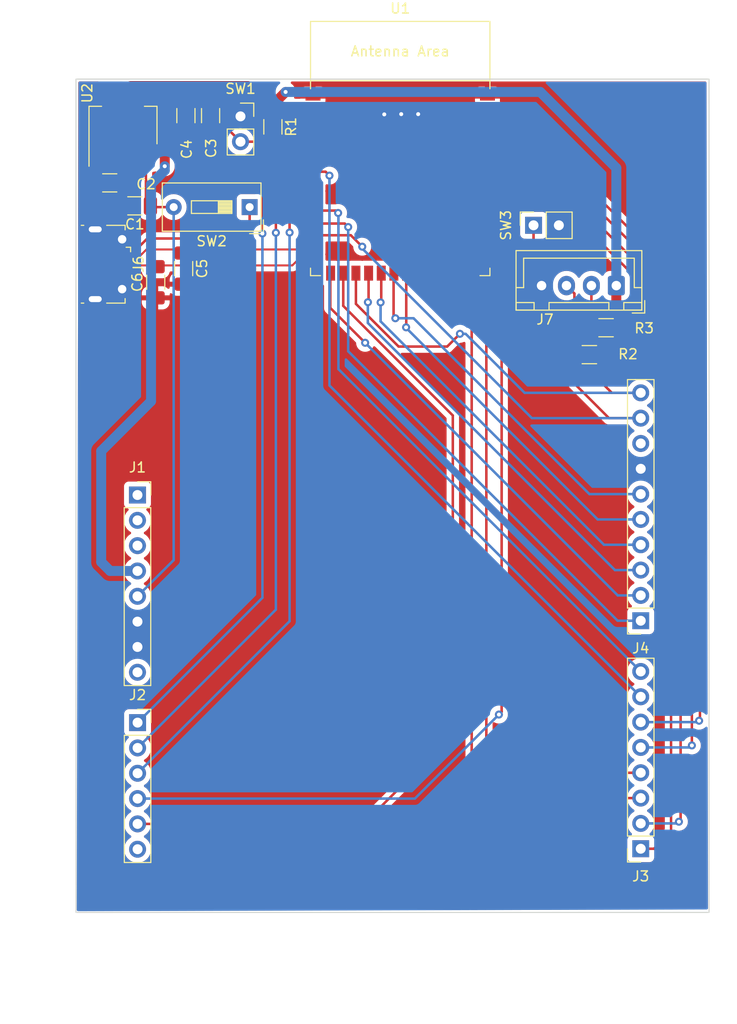
<source format=kicad_pcb>
(kicad_pcb (version 20221018) (generator pcbnew)
  (layers (0 "F.Cu" signal) (31 "B.Cu" signal) (34 "B.Paste" user) (35 "F.Paste" user) (36 "B.SilkS" user "B.Silkscreen") (37 "F.SilkS" user "F.Silkscreen") (38 "B.Mask" user) (39 "F.Mask" user) (44 "Edge.Cuts" user))
  (net 0 "")
  (net 1 "+5V")
  (net 2 "GND")
  (net 3 "+3V3")
  (net 4 "Net-(SW1-B)")
  (net 5 "esp D-")
  (net 6 "esp D+")
  (net 8 "RESET")
  (net 9 "VIN")
  (net 10 "A5")
  (net 11 "0RX")
  (net 12 "1TX")
  (net 13 "SDA")
  (net 14 "SCL")
  (net 15 "VBUS")
  (net 29 "Net-(SW3-A)")
  (net 30 "LCD_D0")
  (net 31 "LCD_D1")
  (net 32 "SD_ss")
  (net 33 "SD_DI")
  (net 34 "SD_Do")
  (net 35 "SD_sck")
  (net 38 "LCD_RD")
  (net 39 "LCD_WR")
  (net 40 "LCD_RS")
  (net 41 "LCD_CS")
  (net 42 "LCD_RST")
  (net 43 "LCD-D2")
  (net 44 "LCD_D3")
  (net 45 "LCD_4")
  (net 46 "LCD_5")
  (net 47 "LCD_6")
  (net 48 "LCD_D7")
  (footprint "ESP32:ESP32-S3-WROOM-1" (layer "F.Cu") (at 161.05 52.025)
    (fp_text reference "U1" (at 0 -17.05) (layer "F.SilkS"))
    (fp_text value "ESP32-S3-WROOM-1")
    (fp_text user "Antenna Area" (at 0 -12.75) (layer "F.SilkS"))
    (fp_line (start -9 -15.75) (end -9 -9) (stroke (width 0.12)) (layer "F.SilkS"))
    (fp_line (start -9 -15.75) (end 9 -15.75) (stroke (width 0.12)) (layer "F.SilkS"))
    (fp_line (start -9 9) (end -9 9.75) (stroke (width 0.12)) (layer "F.SilkS"))
    (fp_line (start -9 9.75) (end -8 9.75) (stroke (width 0.12)) (layer "F.SilkS"))
    (fp_line (start 9 -15.75) (end 9 -9) (stroke (width 0.12)) (layer "F.SilkS"))
    (fp_line (start 9 -9.81) (end -9 -9.81) (stroke (width 0.12)) (layer "F.SilkS"))
    (fp_line (start 9 9) (end 9 9.75) (stroke (width 0.12)) (layer "F.SilkS"))
    (fp_line (start 9 9.75) (end 8 9.75) (stroke (width 0.12)) (layer "F.SilkS"))
    (pad "1" smd rect (at -8.75 -8.26) (size 1.5 0.9) (layers "F.Cu" "F.Paste" "F.Mask") (net 2 "GND"))
    (pad "2" smd rect (at -8.75 -6.99) (size 1.5 0.9) (layers "F.Cu" "F.Paste" "F.Mask") (net 3 "+3V3"))
    (pad "3" smd rect (at -8.75 -5.72) (size 1.5 0.9) (layers "F.Cu" "F.Paste" "F.Mask") (net 4 "Net-(SW1-B)"))
    (pad "4" smd rect (at -8.75 -4.45) (size 1.5 0.9) (layers "F.Cu" "F.Paste" "F.Mask") (net 38 "LCD_RD"))
    (pad "5" smd rect (at -8.75 -3.18) (size 1.5 0.9) (layers "F.Cu" "F.Paste" "F.Mask") (net 39 "LCD_WR"))
    (pad "6" smd rect (at -8.75 -1.91) (size 1.5 0.9) (layers "F.Cu" "F.Paste" "F.Mask") (net 40 "LCD_RS"))
    (pad "7" smd rect (at -8.75 -0.64) (size 1.5 0.9) (layers "F.Cu" "F.Paste" "F.Mask") (net 47 "LCD_6"))
    (pad "8" smd rect (at -8.75 0.63) (size 1.5 0.9) (layers "F.Cu" "F.Paste" "F.Mask"))
    (pad "9" smd rect (at -8.75 1.9) (size 1.5 0.9) (layers "F.Cu" "F.Paste" "F.Mask"))
    (pad "10" smd rect (at -8.75 3.17) (size 1.5 0.9) (layers "F.Cu" "F.Paste" "F.Mask") (net 48 "LCD_D7"))
    (pad "11" smd rect (at -8.75 4.44) (size 1.5 0.9) (layers "F.Cu" "F.Paste" "F.Mask") (net 30 "LCD_D0"))
    (pad "12" smd rect (at -8.75 5.71) (size 1.5 0.9) (layers "F.Cu" "F.Paste" "F.Mask") (net 13 "SDA"))
    (pad "13" smd rect (at -8.75 6.98) (size 1.5 0.9) (layers "F.Cu" "F.Paste" "F.Mask") (net 5 "esp D-"))
    (pad "14" smd rect (at -8.75 8.25) (size 1.5 0.9) (layers "F.Cu" "F.Paste" "F.Mask") (net 6 "esp D+"))
    (pad "15" smd rect (at -6.985 9.5 90) (size 1.5 0.9) (layers "F.Cu" "F.Paste" "F.Mask") (net 31 "LCD_D1"))
    (pad "16" smd rect (at -5.715 9.5 90) (size 1.5 0.9) (layers "F.Cu" "F.Paste" "F.Mask") (net 42 "LCD_RST"))
    (pad "17" smd rect (at -4.445 9.5 90) (size 1.5 0.9) (layers "F.Cu" "F.Paste" "F.Mask") (net 14 "SCL"))
    (pad "18" smd rect (at -3.175 9.5 90) (size 1.5 0.9) (layers "F.Cu" "F.Paste" "F.Mask") (net 32 "SD_ss"))
    (pad "19" smd rect (at -1.905 9.5 90) (size 1.5 0.9) (layers "F.Cu" "F.Paste" "F.Mask") (net 33 "SD_DI"))
    (pad "20" smd rect (at -0.635 9.5 90) (size 1.5 0.9) (layers "F.Cu" "F.Paste" "F.Mask") (net 35 "SD_sck"))
    (pad "21" smd rect (at 0.635 9.5 90) (size 1.5 0.9) (layers "F.Cu" "F.Paste" "F.Mask") (net 34 "SD_Do"))
    (pad "22" smd rect (at 1.905 9.5 90) (size 1.5 0.9) (layers "F.Cu" "F.Paste" "F.Mask") (net 43 "LCD-D2"))
    (pad "23" smd rect (at 3.175 9.5 90) (size 1.5 0.9) (layers "F.Cu" "F.Paste" "F.Mask") (net 44 "LCD_D3"))
    (pad "24" smd rect (at 4.445 9.5 90) (size 1.5 0.9) (layers "F.Cu" "F.Paste" "F.Mask") (net 41 "LCD_CS"))
    (pad "25" smd rect (at 5.715 9.5 90) (size 1.5 0.9) (layers "F.Cu" "F.Paste" "F.Mask"))
    (pad "26" smd rect (at 6.985 9.5 90) (size 1.5 0.9) (layers "F.Cu" "F.Paste" "F.Mask"))
    (pad "27" smd rect (at 8.75 8.25 180) (size 1.5 0.9) (layers "F.Cu" "F.Paste" "F.Mask") (net 29 "Net-(SW3-A)"))
    (pad "28" smd rect (at 8.75 6.98 180) (size 1.5 0.9) (layers "F.Cu" "F.Paste" "F.Mask"))
    (pad "29" smd rect (at 8.75 5.71 180) (size 1.5 0.9) (layers "F.Cu" "F.Paste" "F.Mask"))
    (pad "30" smd rect (at 8.75 4.44 180) (size 1.5 0.9) (layers "F.Cu" "F.Paste" "F.Mask"))
    (pad "31" smd rect (at 8.75 3.17 180) (size 1.5 0.9) (layers "F.Cu" "F.Paste" "F.Mask"))
    (pad "32" smd rect (at 8.75 1.9 180) (size 1.5 0.9) (layers "F.Cu" "F.Paste" "F.Mask"))
    (pad "33" smd rect (at 8.75 0.63 180) (size 1.5 0.9) (layers "F.Cu" "F.Paste" "F.Mask"))
    (pad "34" smd rect (at 8.75 -0.64 180) (size 1.5 0.9) (layers "F.Cu" "F.Paste" "F.Mask"))
    (pad "35" smd rect (at 8.75 -1.91 180) (size 1.5 0.9) (layers "F.Cu" "F.Paste" "F.Mask"))
    (pad "36" smd rect (at 8.75 -3.18 180) (size 1.5 0.9) (layers "F.Cu" "F.Paste" "F.Mask") (net 11 "0RX"))
    (pad "37" smd rect (at 8.75 -4.45 180) (size 1.5 0.9) (layers "F.Cu" "F.Paste" "F.Mask") (net 12 "1TX"))
    (pad "38" smd rect (at 8.75 -5.72 180) (size 1.5 0.9) (layers "F.Cu" "F.Paste" "F.Mask") (net 45 "LCD_4"))
    (pad "39" smd rect (at 8.75 -6.99 180) (size 1.5 0.9) (layers "F.Cu" "F.Paste" "F.Mask") (net 46 "LCD_5"))
    (pad "40" smd rect (at 8.75 -8.26 180) (size 1.5 0.9) (layers "F.Cu" "F.Paste" "F.Mask") (net 2 "GND"))
    (pad "41" smd rect (at -2.9 -1.94 180) (size 0.9 0.9) (layers "F.Cu" "F.Paste" "F.Mask") (net 2 "GND"))
    (pad "41" smd rect (at -2.9 -0.54 180) (size 0.9 0.9) (layers "F.Cu" "F.Paste" "F.Mask") (net 2 "GND"))
    (pad "41" smd rect (at -2.9 0.86 180) (size 0.9 0.9) (layers "F.Cu" "F.Paste" "F.Mask") (net 2 "GND"))
    (pad "41" smd rect (at -2.9 0.86 180) (size 0.9 0.9) (layers "F.Cu" "F.Paste" "F.Mask") (net 2 "GND"))
    (pad "41" smd rect (at -1.5 -1.94 180) (size 0.9 0.9) (layers "F.Cu" "F.Paste" "F.Mask") (net 2 "GND"))
    (pad "41" smd rect (at -1.5 -1.94 180) (size 0.9 0.9) (layers "F.Cu" "F.Paste" "F.Mask") (net 2 "GND"))
    (pad "41" smd rect (at -1.5 -0.54 180) (size 0.9 0.9) (layers "F.Cu" "F.Paste" "F.Mask") (net 2 "GND"))
    (pad "41" smd rect (at -1.5 0.86 180) (size 0.9 0.9) (layers "F.Cu" "F.Paste" "F.Mask") (net 2 "GND"))
    (pad "41" smd rect (at -0.1 -1.94 180) (size 0.9 0.9) (layers "F.Cu" "F.Paste" "F.Mask") (net 2 "GND"))
    (pad "41" smd rect (at -0.1 -0.54 180) (size 0.9 0.9) (layers "F.Cu" "F.Paste" "F.Mask") (net 2 "GND"))
    (pad "41" smd rect (at -0.1 0.86 180) (size 0.9 0.9) (layers "F.Cu" "F.Paste" "F.Mask") (net 2 "GND"))
  )
  (footprint "Connector_PinSocket_2.54mm:PinSocket_1x02_P2.54mm_Vertical" (layer "F.Cu") (at 145.025 45.8)
    (fp_text reference "SW1" (at 0 -2.77) (layer "F.SilkS"))
    (fp_text value "SW_SPST")
    (fp_line (start -1.33 1.27) (end -1.33 3.87) (stroke (width 0.12)) (layer "F.SilkS"))
    (fp_line (start -1.33 1.27) (end 1.33 1.27) (stroke (width 0.12)) (layer "F.SilkS"))
    (fp_line (start -1.33 3.87) (end 1.33 3.87) (stroke (width 0.12)) (layer "F.SilkS"))
    (fp_line (start 0 -1.33) (end 1.33 -1.33) (stroke (width 0.12)) (layer "F.SilkS"))
    (fp_line (start 1.33 -1.33) (end 1.33 0) (stroke (width 0.12)) (layer "F.SilkS"))
    (fp_line (start 1.33 1.27) (end 1.33 3.87) (stroke (width 0.12)) (layer "F.SilkS"))
    (pad "1" thru_hole rect (at 0 0) (size 1.7 1.7) (drill 1) (layers "*.Cu" "*.Mask") (net 2 "GND"))
    (pad "2" thru_hole oval (at 0 2.54) (size 1.7 1.7) (drill 1) (layers "*.Cu" "*.Mask") (net 4 "Net-(SW1-B)"))
  )
  (footprint "Capacitor_SMD:C_1206_3216Metric_Pad1.33x1.80mm_HandSolder" (layer "F.Cu") (at 139.32 61.07 -90)
    (fp_text reference "C5" (at 0 -1.85 90) (layer "F.SilkS"))
    (fp_text value "C")
    (fp_line (start -0.711252 -0.91) (end 0.711252 -0.91) (stroke (width 0.12)) (layer "F.SilkS"))
    (fp_line (start -0.711252 0.91) (end 0.711252 0.91) (stroke (width 0.12)) (layer "F.SilkS"))
    (pad "1" smd roundrect (at -1.5625 0 270) (size 1.325 1.8) (layers "F.Cu" "F.Paste" "F.Mask") (roundrect_rratio 0.188679) (net 5 "esp D-"))
    (pad "2" smd roundrect (at 1.5625 0 270) (size 1.325 1.8) (layers "F.Cu" "F.Paste" "F.Mask") (roundrect_rratio 0.188679) (net 2 "GND"))
  )
  (footprint "Connector_PinSocket_2.54mm:PinSocket_1x08_P2.54mm_Vertical" (layer "F.Cu") (at 134.69 83.78)
    (fp_text reference "J1" (at 0 -2.77) (layer "F.SilkS"))
    (fp_text value "Conn_01x08")
    (fp_line (start -1.33 1.27) (end -1.33 19.11) (stroke (width 0.12)) (layer "F.SilkS"))
    (fp_line (start -1.33 1.27) (end 1.33 1.27) (stroke (width 0.12)) (layer "F.SilkS"))
    (fp_line (start -1.33 19.11) (end 1.33 19.11) (stroke (width 0.12)) (layer "F.SilkS"))
    (fp_line (start 0 -1.33) (end 1.33 -1.33) (stroke (width 0.12)) (layer "F.SilkS"))
    (fp_line (start 1.33 -1.33) (end 1.33 0) (stroke (width 0.12)) (layer "F.SilkS"))
    (fp_line (start 1.33 1.27) (end 1.33 19.11) (stroke (width 0.12)) (layer "F.SilkS"))
    (pad "1" thru_hole rect locked (at 0 0) (size 1.7 1.7) (drill 1) (layers "*.Cu" "*.Mask"))
    (pad "2" thru_hole oval locked (at 0 2.54) (size 1.7 1.7) (drill 1) (layers "*.Cu" "*.Mask"))
    (pad "3" thru_hole oval locked (at 0 5.08) (size 1.7 1.7) (drill 1) (layers "*.Cu" "*.Mask") (net 8 "RESET"))
    (pad "4" thru_hole oval locked (at 0 7.62) (size 1.7 1.7) (drill 1) (layers "*.Cu" "*.Mask") (net 3 "+3V3"))
    (pad "5" thru_hole oval locked (at 0 10.16) (size 1.7 1.7) (drill 1) (layers "*.Cu" "*.Mask") (net 1 "+5V"))
    (pad "6" thru_hole oval locked (at 0 12.7) (size 1.7 1.7) (drill 1) (layers "*.Cu" "*.Mask") (net 2 "GND"))
    (pad "7" thru_hole oval locked (at 0 15.24) (size 1.7 1.7) (drill 1) (layers "*.Cu" "*.Mask") (net 2 "GND"))
    (pad "8" thru_hole oval locked (at 0 17.78) (size 1.7 1.7) (drill 1) (layers "*.Cu" "*.Mask") (net 9 "VIN"))
  )
  (footprint "Resistor_SMD:R_1206_3216Metric_Pad1.30x1.75mm_HandSolder" (layer "F.Cu") (at 180.025 69.7)
    (fp_text reference "R2" (at 3.875 -0.05) (layer "F.SilkS"))
    (fp_text value "R")
    (fp_line (start -0.727064 -0.91) (end 0.727064 -0.91) (stroke (width 0.12)) (layer "F.SilkS"))
    (fp_line (start -0.727064 0.91) (end 0.727064 0.91) (stroke (width 0.12)) (layer "F.SilkS"))
    (pad "1" smd roundrect (at -1.55 0) (size 1.3 1.75) (layers "F.Cu" "F.Paste" "F.Mask") (roundrect_rratio 0.192308) (net 13 "SDA"))
    (pad "2" smd roundrect (at 1.55 0) (size 1.3 1.75) (layers "F.Cu" "F.Paste" "F.Mask") (roundrect_rratio 0.192308) (net 3 "+3V3"))
  )
  (footprint "Capacitor_SMD:C_1206_3216Metric_Pad1.33x1.80mm_HandSolder" (layer "F.Cu") (at 136.52 62.44 90)
    (fp_text reference "C6" (at 0 -1.85 90) (layer "F.SilkS"))
    (fp_text value "C")
    (fp_line (start -0.711252 -0.91) (end 0.711252 -0.91) (stroke (width 0.12)) (layer "F.SilkS"))
    (fp_line (start -0.711252 0.91) (end 0.711252 0.91) (stroke (width 0.12)) (layer "F.SilkS"))
    (pad "1" smd roundrect (at -1.5625 0 90) (size 1.325 1.8) (layers "F.Cu" "F.Paste" "F.Mask") (roundrect_rratio 0.188679) (net 2 "GND"))
    (pad "2" smd roundrect (at 1.5625 0 90) (size 1.325 1.8) (layers "F.Cu" "F.Paste" "F.Mask") (roundrect_rratio 0.188679) (net 6 "esp D+"))
  )
  (footprint "Resistor_SMD:R_1206_3216Metric_Pad1.30x1.75mm_HandSolder" (layer "F.Cu") (at 181.7 67)
    (fp_text reference "R3" (at 3.825 0.05) (layer "F.SilkS"))
    (fp_text value "R")
    (fp_line (start -0.727064 -0.91) (end 0.727064 -0.91) (stroke (width 0.12)) (layer "F.SilkS"))
    (fp_line (start -0.727064 0.91) (end 0.727064 0.91) (stroke (width 0.12)) (layer "F.SilkS"))
    (pad "1" smd roundrect (at -1.55 0) (size 1.3 1.75) (layers "F.Cu" "F.Paste" "F.Mask") (roundrect_rratio 0.192308) (net 14 "SCL"))
    (pad "2" smd roundrect (at 1.55 0) (size 1.3 1.75) (layers "F.Cu" "F.Paste" "F.Mask") (roundrect_rratio 0.192308) (net 3 "+3V3"))
  )
  (footprint "Resistor_SMD:R_1206_3216Metric_Pad1.30x1.75mm_HandSolder" (layer "F.Cu") (at 148.275 46.85 -90)
    (fp_text reference "R1" (at 0 -1.82 90) (layer "F.SilkS"))
    (fp_text value "R")
    (fp_line (start -0.727064 -0.91) (end 0.727064 -0.91) (stroke (width 0.12)) (layer "F.SilkS"))
    (fp_line (start -0.727064 0.91) (end 0.727064 0.91) (stroke (width 0.12)) (layer "F.SilkS"))
    (pad "1" smd roundrect (at -1.55 0 270) (size 1.3 1.75) (layers "F.Cu" "F.Paste" "F.Mask") (roundrect_rratio 0.192308) (net 3 "+3V3"))
    (pad "2" smd roundrect (at 1.55 0 270) (size 1.3 1.75) (layers "F.Cu" "F.Paste" "F.Mask") (roundrect_rratio 0.192308) (net 4 "Net-(SW1-B)"))
  )
  (footprint "Connector_PinSocket_2.54mm:PinSocket_1x06_P2.54mm_Vertical" (layer "F.Cu") (at 134.7 106.61)
    (fp_text reference "J2" (at 0 -2.77) (layer "F.SilkS"))
    (fp_text value "Conn_01x06")
    (fp_line (start -1.33 1.27) (end -1.33 14.03) (stroke (width 0.12)) (layer "F.SilkS"))
    (fp_line (start -1.33 1.27) (end 1.33 1.27) (stroke (width 0.12)) (layer "F.SilkS"))
    (fp_line (start -1.33 14.03) (end 1.33 14.03) (stroke (width 0.12)) (layer "F.SilkS"))
    (fp_line (start 0 -1.33) (end 1.33 -1.33) (stroke (width 0.12)) (layer "F.SilkS"))
    (fp_line (start 1.33 -1.33) (end 1.33 0) (stroke (width 0.12)) (layer "F.SilkS"))
    (fp_line (start 1.33 1.27) (end 1.33 14.03) (stroke (width 0.12)) (layer "F.SilkS"))
    (pad "1" thru_hole rect locked (at 0 0) (size 1.7 1.7) (drill 1) (layers "*.Cu" "*.Mask") (net 38 "LCD_RD"))
    (pad "2" thru_hole oval locked (at 0 2.54) (size 1.7 1.7) (drill 1) (layers "*.Cu" "*.Mask") (net 39 "LCD_WR"))
    (pad "3" thru_hole oval locked (at 0 5.08) (size 1.7 1.7) (drill 1) (layers "*.Cu" "*.Mask") (net 40 "LCD_RS"))
    (pad "4" thru_hole oval locked (at 0 7.62) (size 1.7 1.7) (drill 1) (layers "*.Cu" "*.Mask") (net 41 "LCD_CS"))
    (pad "5" thru_hole oval locked (at 0 10.16) (size 1.7 1.7) (drill 1) (layers "*.Cu" "*.Mask") (net 42 "LCD_RST"))
    (pad "6" thru_hole oval locked (at 0 12.7) (size 1.7 1.7) (drill 1) (layers "*.Cu" "*.Mask") (net 10 "A5"))
  )
  (footprint "Capacitor_SMD:C_1206_3216Metric_Pad1.33x1.80mm_HandSolder" (layer "F.Cu") (at 142.025 45.725 90)
    (fp_text reference "C3" (at -3.275 0.05 90) (layer "F.SilkS"))
    (fp_text value "C")
    (fp_line (start -0.711252 -0.91) (end 0.711252 -0.91) (stroke (width 0.12)) (layer "F.SilkS"))
    (fp_line (start -0.711252 0.91) (end 0.711252 0.91) (stroke (width 0.12)) (layer "F.SilkS"))
    (pad "1" smd roundrect (at -1.5625 0 90) (size 1.325 1.8) (layers "F.Cu" "F.Paste" "F.Mask") (roundrect_rratio 0.188679) (net 4 "Net-(SW1-B)"))
    (pad "2" smd roundrect (at 1.5625 0 90) (size 1.325 1.8) (layers "F.Cu" "F.Paste" "F.Mask") (roundrect_rratio 0.188679) (net 2 "GND"))
  )
  (footprint "Connector_JST:JST_XH_B4B-XH-A_1x04_P2.50mm_Vertical" (layer "F.Cu") (at 182.73 62.775 180)
    (fp_text reference "J7" (at 7.155 -3.4) (layer "F.SilkS"))
    (fp_text value "Conn_01x04")
    (fp_line (start -2.85 -2.75) (end -2.85 -1.5) (stroke (width 0.12)) (layer "F.SilkS"))
    (fp_line (start -2.56 -2.46) (end -2.56 3.51) (stroke (width 0.12)) (layer "F.SilkS"))
    (fp_line (start -2.56 3.51) (end 10.06 3.51) (stroke (width 0.12)) (layer "F.SilkS"))
    (fp_line (start -2.55 -2.45) (end -2.55 -1.7) (stroke (width 0.12)) (layer "F.SilkS"))
    (fp_line (start -2.55 -1.7) (end -0.75 -1.7) (stroke (width 0.12)) (layer "F.SilkS"))
    (fp_line (start -2.55 -0.2) (end -1.8 -0.2) (stroke (width 0.12)) (layer "F.SilkS"))
    (fp_line (start -1.8 -0.2) (end -1.8 2.75) (stroke (width 0.12)) (layer "F.SilkS"))
    (fp_line (start -1.8 2.75) (end 3.75 2.75) (stroke (width 0.12)) (layer "F.SilkS"))
    (fp_line (start -1.6 -2.75) (end -2.85 -2.75) (stroke (width 0.12)) (layer "F.SilkS"))
    (fp_line (start -0.75 -2.45) (end -2.55 -2.45) (stroke (width 0.12)) (layer "F.SilkS"))
    (fp_line (start -0.75 -1.7) (end -0.75 -2.45) (stroke (width 0.12)) (layer "F.SilkS"))
    (fp_line (start 0.75 -2.45) (end 0.75 -1.7) (stroke (width 0.12)) (layer "F.SilkS"))
    (fp_line (start 0.75 -1.7) (end 6.75 -1.7) (stroke (width 0.12)) (layer "F.SilkS"))
    (fp_line (start 6.75 -2.45) (end 0.75 -2.45) (stroke (width 0.12)) (layer "F.SilkS"))
    (fp_line (start 6.75 -1.7) (end 6.75 -2.45) (stroke (width 0.12)) (layer "F.SilkS"))
    (fp_line (start 8.25 -2.45) (end 8.25 -1.7) (stroke (width 0.12)) (layer "F.SilkS"))
    (fp_line (start 8.25 -1.7) (end 10.05 -1.7) (stroke (width 0.12)) (layer "F.SilkS"))
    (fp_line (start 9.3 -0.2) (end 9.3 2.75) (stroke (width 0.12)) (layer "F.SilkS"))
    (fp_line (start 9.3 2.75) (end 3.75 2.75) (stroke (width 0.12)) (layer "F.SilkS"))
    (fp_line (start 10.05 -2.45) (end 8.25 -2.45) (stroke (width 0.12)) (layer "F.SilkS"))
    (fp_line (start 10.05 -1.7) (end 10.05 -2.45) (stroke (width 0.12)) (layer "F.SilkS"))
    (fp_line (start 10.05 -0.2) (end 9.3 -0.2) (stroke (width 0.12)) (layer "F.SilkS"))
    (fp_line (start 10.06 -2.46) (end -2.56 -2.46) (stroke (width 0.12)) (layer "F.SilkS"))
    (fp_line (start 10.06 3.51) (end 10.06 -2.46) (stroke (width 0.12)) (layer "F.SilkS"))
    (pad "1" thru_hole roundrect (at 0 0 180) (size 1.7 1.95) (drill 0.95) (layers "*.Cu" "*.Mask") (roundrect_rratio 0.147059) (net 3 "+3V3"))
    (pad "2" thru_hole oval (at 2.5 0 180) (size 1.7 1.95) (drill 0.95) (layers "*.Cu" "*.Mask") (net 14 "SCL"))
    (pad "3" thru_hole oval (at 5 0 180) (size 1.7 1.95) (drill 0.95) (layers "*.Cu" "*.Mask") (net 13 "SDA"))
    (pad "4" thru_hole oval (at 7.5 0 180) (size 1.7 1.95) (drill 0.95) (layers "*.Cu" "*.Mask") (net 2 "GND"))
  )
  (footprint "Connector_PinSocket_2.54mm:PinSocket_1x02_P2.54mm_Vertical" (layer "F.Cu") (at 174.425 56.725 90)
    (fp_text reference "SW3" (at 0 -2.77 90) (layer "F.SilkS"))
    (fp_text value "SW_SPST")
    (fp_line (start -1.33 1.27) (end -1.33 3.87) (stroke (width 0.12)) (layer "F.SilkS"))
    (fp_line (start -1.33 1.27) (end 1.33 1.27) (stroke (width 0.12)) (layer "F.SilkS"))
    (fp_line (start -1.33 3.87) (end 1.33 3.87) (stroke (width 0.12)) (layer "F.SilkS"))
    (fp_line (start 0 -1.33) (end 1.33 -1.33) (stroke (width 0.12)) (layer "F.SilkS"))
    (fp_line (start 1.33 -1.33) (end 1.33 0) (stroke (width 0.12)) (layer "F.SilkS"))
    (fp_line (start 1.33 1.27) (end 1.33 3.87) (stroke (width 0.12)) (layer "F.SilkS"))
    (pad "1" thru_hole rect (at 0 0 90) (size 1.7 1.7) (drill 1) (layers "*.Cu" "*.Mask") (net 29 "Net-(SW3-A)"))
    (pad "2" thru_hole oval (at 0 2.54 90) (size 1.7 1.7) (drill 1) (layers "*.Cu" "*.Mask") (net 2 "GND"))
  )
  (footprint "Connector_PinSocket_2.54mm:PinSocket_1x10_P2.54mm_Vertical" (layer "F.Cu") (at 185.18 96.39 180)
    (fp_text reference "J4" (at 0 -2.77) (layer "F.SilkS"))
    (fp_text value "Conn_01x10")
    (fp_line (start -1.33 1.27) (end -1.33 24.19) (stroke (width 0.12)) (layer "F.SilkS"))
    (fp_line (start -1.33 1.27) (end 1.33 1.27) (stroke (width 0.12)) (layer "F.SilkS"))
    (fp_line (start -1.33 24.19) (end 1.33 24.19) (stroke (width 0.12)) (layer "F.SilkS"))
    (fp_line (start 0 -1.33) (end 1.33 -1.33) (stroke (width 0.12)) (layer "F.SilkS"))
    (fp_line (start 1.33 -1.33) (end 1.33 0) (stroke (width 0.12)) (layer "F.SilkS"))
    (fp_line (start 1.33 1.27) (end 1.33 24.19) (stroke (width 0.12)) (layer "F.SilkS"))
    (pad "1" thru_hole rect locked (at 0 0 180) (size 1.7 1.7) (drill 1) (layers "*.Cu" "*.Mask") (net 30 "LCD_D0"))
    (pad "2" thru_hole oval locked (at 0 2.54 180) (size 1.7 1.7) (drill 1) (layers "*.Cu" "*.Mask") (net 31 "LCD_D1"))
    (pad "3" thru_hole oval locked (at 0 5.08 180) (size 1.7 1.7) (drill 1) (layers "*.Cu" "*.Mask") (net 32 "SD_ss"))
    (pad "4" thru_hole oval locked (at 0 7.62 180) (size 1.7 1.7) (drill 1) (layers "*.Cu" "*.Mask") (net 33 "SD_DI"))
    (pad "5" thru_hole oval locked (at 0 10.16 180) (size 1.7 1.7) (drill 1) (layers "*.Cu" "*.Mask") (net 34 "SD_Do"))
    (pad "6" thru_hole oval locked (at 0 12.7 180) (size 1.7 1.7) (drill 1) (layers "*.Cu" "*.Mask") (net 35 "SD_sck"))
    (pad "7" thru_hole oval locked (at 0 15.24 180) (size 1.7 1.7) (drill 1) (layers "*.Cu" "*.Mask") (net 2 "GND"))
    (pad "8" thru_hole oval locked (at 0 17.78 180) (size 1.7 1.7) (drill 1) (layers "*.Cu" "*.Mask"))
    (pad "9" thru_hole oval locked (at 0 20.32 180) (size 1.7 1.7) (drill 1) (layers "*.Cu" "*.Mask") (net 13 "SDA"))
    (pad "10" thru_hole oval locked (at 0 22.86 180) (size 1.7 1.7) (drill 1) (layers "*.Cu" "*.Mask") (net 14 "SCL"))
  )
  (footprint "Connector_PinSocket_2.54mm:PinSocket_1x08_P2.54mm_Vertical" (layer "F.Cu") (at 185.18 119.26 180)
    (fp_text reference "J3" (at 0 -2.77) (layer "F.SilkS"))
    (fp_text value "Conn_01x08")
    (fp_line (start -1.33 1.27) (end -1.33 19.11) (stroke (width 0.12)) (layer "F.SilkS"))
    (fp_line (start -1.33 1.27) (end 1.33 1.27) (stroke (width 0.12)) (layer "F.SilkS"))
    (fp_line (start -1.33 19.11) (end 1.33 19.11) (stroke (width 0.12)) (layer "F.SilkS"))
    (fp_line (start 0 -1.33) (end 1.33 -1.33) (stroke (width 0.12)) (layer "F.SilkS"))
    (fp_line (start 1.33 -1.33) (end 1.33 0) (stroke (width 0.12)) (layer "F.SilkS"))
    (fp_line (start 1.33 1.27) (end 1.33 19.11) (stroke (width 0.12)) (layer "F.SilkS"))
    (pad "1" thru_hole rect locked (at 0 0 180) (size 1.7 1.7) (drill 1) (layers "*.Cu" "*.Mask") (net 11 "0RX"))
    (pad "2" thru_hole oval locked (at 0 2.54 180) (size 1.7 1.7) (drill 1) (layers "*.Cu" "*.Mask") (net 12 "1TX"))
    (pad "3" thru_hole oval locked (at 0 5.08 180) (size 1.7 1.7) (drill 1) (layers "*.Cu" "*.Mask") (net 43 "LCD-D2"))
    (pad "4" thru_hole oval locked (at 0 7.62 180) (size 1.7 1.7) (drill 1) (layers "*.Cu" "*.Mask") (net 44 "LCD_D3"))
    (pad "5" thru_hole oval locked (at 0 10.16 180) (size 1.7 1.7) (drill 1) (layers "*.Cu" "*.Mask") (net 45 "LCD_4"))
    (pad "6" thru_hole oval locked (at 0 12.7 180) (size 1.7 1.7) (drill 1) (layers "*.Cu" "*.Mask") (net 46 "LCD_5"))
    (pad "7" thru_hole oval locked (at 0 15.24 180) (size 1.7 1.7) (drill 1) (layers "*.Cu" "*.Mask") (net 47 "LCD_6"))
    (pad "8" thru_hole oval locked (at 0 17.78 180) (size 1.7 1.7) (drill 1) (layers "*.Cu" "*.Mask") (net 48 "LCD_D7"))
  )
  (footprint "Capacitor_SMD:C_1206_3216Metric_Pad1.33x1.80mm_HandSolder" (layer "F.Cu") (at 139.55 45.725 90)
    (fp_text reference "C4" (at -3.375 0.075 90) (layer "F.SilkS"))
    (fp_text value "C")
    (fp_line (start -0.711252 -0.91) (end 0.711252 -0.91) (stroke (width 0.12)) (layer "F.SilkS"))
    (fp_line (start -0.711252 0.91) (end 0.711252 0.91) (stroke (width 0.12)) (layer "F.SilkS"))
    (pad "1" smd roundrect (at -1.5625 0 90) (size 1.325 1.8) (layers "F.Cu" "F.Paste" "F.Mask") (roundrect_rratio 0.188679) (net 4 "Net-(SW1-B)"))
    (pad "2" smd roundrect (at 1.5625 0 90) (size 1.325 1.8) (layers "F.Cu" "F.Paste" "F.Mask") (roundrect_rratio 0.188679) (net 2 "GND"))
  )
  (footprint "Capacitor_SMD:C_1206_3216Metric_Pad1.33x1.80mm_HandSolder" (layer "F.Cu") (at 131.9075 52.47 180)
    (fp_text reference "C2" (at -3.6425 -0.13) (layer "F.SilkS"))
    (fp_text value "C")
    (fp_line (start -0.711252 -0.91) (end 0.711252 -0.91) (stroke (width 0.12)) (layer "F.SilkS"))
    (fp_line (start -0.711252 0.91) (end 0.711252 0.91) (stroke (width 0.12)) (layer "F.SilkS"))
    (pad "1" smd roundrect (at -1.5625 0 180) (size 1.325 1.8) (layers "F.Cu" "F.Paste" "F.Mask") (roundrect_rratio 0.188679) (net 3 "+3V3"))
    (pad "2" smd roundrect (at 1.5625 0 180) (size 1.325 1.8) (layers "F.Cu" "F.Paste" "F.Mask") (roundrect_rratio 0.188679) (net 2 "GND"))
  )
  (footprint "Button_Switch_THT:SW_DIP_SPSTx01_Slide_9.78x4.72mm_W7.62mm_P2.54mm" (layer "F.Cu") (at 145.9425 54.9 180)
    (fp_text reference "SW2" (at 3.81 -3.42) (layer "F.SilkS"))
    (fp_text value "SW_DIP_x01")
    (fp_line (start -1.38 -2.66) (end -1.38 -1.277) (stroke (width 0.12)) (layer "F.SilkS"))
    (fp_line (start -1.38 -2.66) (end 0.004 -2.66) (stroke (width 0.12)) (layer "F.SilkS"))
    (fp_line (start -1.14 -2.42) (end -1.14 2.42) (stroke (width 0.12)) (layer "F.SilkS"))
    (fp_line (start -1.14 -2.42) (end 8.76 -2.42) (stroke (width 0.12)) (layer "F.SilkS"))
    (fp_line (start -1.14 2.42) (end 8.76 2.42) (stroke (width 0.12)) (layer "F.SilkS"))
    (fp_line (start 1.78 -0.635) (end 1.78 0.635) (stroke (width 0.12)) (layer "F.SilkS"))
    (fp_line (start 1.78 -0.515) (end 3.133333 -0.515) (stroke (width 0.12)) (layer "F.SilkS"))
    (fp_line (start 1.78 -0.395) (end 3.133333 -0.395) (stroke (width 0.12)) (layer "F.SilkS"))
    (fp_line (start 1.78 -0.275) (end 3.133333 -0.275) (stroke (width 0.12)) (layer "F.SilkS"))
    (fp_line (start 1.78 -0.155) (end 3.133333 -0.155) (stroke (width 0.12)) (layer "F.SilkS"))
    (fp_line (start 1.78 -0.035) (end 3.133333 -0.035) (stroke (width 0.12)) (layer "F.SilkS"))
    (fp_line (start 1.78 0.085) (end 3.133333 0.085) (stroke (width 0.12)) (layer "F.SilkS"))
    (fp_line (start 1.78 0.205) (end 3.133333 0.205) (stroke (width 0.12)) (layer "F.SilkS"))
    (fp_line (start 1.78 0.325) (end 3.133333 0.325) (stroke (width 0.12)) (layer "F.SilkS"))
    (fp_line (start 1.78 0.445) (end 3.133333 0.445) (stroke (width 0.12)) (layer "F.SilkS"))
    (fp_line (start 1.78 0.565) (end 3.133333 0.565) (stroke (width 0.12)) (layer "F.SilkS"))
    (fp_line (start 1.78 0.635) (end 5.84 0.635) (stroke (width 0.12)) (layer "F.SilkS"))
    (fp_line (start 3.133333 -0.635) (end 3.133333 0.635) (stroke (width 0.12)) (layer "F.SilkS"))
    (fp_line (start 5.84 -0.635) (end 1.78 -0.635) (stroke (width 0.12)) (layer "F.SilkS"))
    (fp_line (start 5.84 0.635) (end 5.84 -0.635) (stroke (width 0.12)) (layer "F.SilkS"))
    (fp_line (start 8.76 -2.42) (end 8.76 2.42) (stroke (width 0.12)) (layer "F.SilkS"))
    (pad "1" thru_hole rect (at 0 0 180) (size 1.6 1.6) (drill 0.8) (layers "*.Cu" "*.Mask") (net 15 "VBUS"))
    (pad "2" thru_hole oval (at 7.62 0 180) (size 1.6 1.6) (drill 0.8) (layers "*.Cu" "*.Mask") (net 1 "+5V"))
  )
  (footprint "Package_TO_SOT_SMD:SOT-223-3_TabPin2" (layer "F.Cu") (at 133.2375 46.7 90)
    (fp_text reference "U2" (at 3.225 -3.5875 90) (layer "F.SilkS"))
    (fp_text value "AP1117-33")
    (fp_line (start -4.1 -3.41) (end 1.91 -3.41) (stroke (width 0.12)) (layer "F.SilkS"))
    (fp_line (start -1.85 3.41) (end 1.91 3.41) (stroke (width 0.12)) (layer "F.SilkS"))
    (fp_line (start 1.91 -3.41) (end 1.91 -2.15) (stroke (width 0.12)) (layer "F.SilkS"))
    (fp_line (start 1.91 3.41) (end 1.91 2.15) (stroke (width 0.12)) (layer "F.SilkS"))
    (pad "1" smd rect (at -3.15 -2.3 90) (size 2 1.5) (layers "F.Cu" "F.Paste" "F.Mask") (net 2 "GND"))
    (pad "2" smd rect (at -3.15 0 90) (size 2 1.5) (layers "F.Cu" "F.Paste" "F.Mask") (net 3 "+3V3"))
    (pad "2" smd rect (at 3.15 0 90) (size 2 3.8) (layers "F.Cu" "F.Paste" "F.Mask") (net 3 "+3V3"))
    (pad "3" smd rect (at -3.15 2.3 90) (size 2 1.5) (layers "F.Cu" "F.Paste" "F.Mask") (net 1 "+5V"))
  )
  (footprint "Connector_USB:USB_Micro-B_Molex-105017-0001" (layer "F.Cu") (at 131.6875 60.63 -90)
    (fp_text reference "J6" (at 0 -3.1125 90) (layer "F.SilkS"))
    (fp_text value "USB_B_Micro")
    (fp_line (start -3.9 -1.7625) (end -3.45 -1.7625) (stroke (width 0.12)) (layer "F.SilkS"))
    (fp_line (start -3.9 0.0875) (end -3.9 -1.7625) (stroke (width 0.12)) (layer "F.SilkS"))
    (fp_line (start -3.9 2.6375) (end -3.9 2.3875) (stroke (width 0.12)) (layer "F.SilkS"))
    (fp_line (start -1.7 -2.3125) (end -1.7 -1.8625) (stroke (width 0.12)) (layer "F.SilkS"))
    (fp_line (start -1.7 -2.3125) (end -1.25 -2.3125) (stroke (width 0.12)) (layer "F.SilkS"))
    (fp_line (start 3.9 -1.7625) (end 3.45 -1.7625) (stroke (width 0.12)) (layer "F.SilkS"))
    (fp_line (start 3.9 0.0875) (end 3.9 -1.7625) (stroke (width 0.12)) (layer "F.SilkS"))
    (fp_line (start 3.9 2.6375) (end 3.9 2.3875) (stroke (width 0.12)) (layer "F.SilkS"))
    (pad "1" smd rect (at -1.3 -1.4625 270) (size 0.4 1.35) (layers "F.Cu" "F.Paste" "F.Mask") (net 15 "VBUS"))
    (pad "2" smd rect (at -0.65 -1.4625 270) (size 0.4 1.35) (layers "F.Cu" "F.Paste" "F.Mask") (net 5 "esp D-"))
    (pad "3" smd rect (at 0 -1.4625 270) (size 0.4 1.35) (layers "F.Cu" "F.Paste" "F.Mask") (net 6 "esp D+"))
    (pad "4" smd rect (at 0.65 -1.4625 270) (size 0.4 1.35) (layers "F.Cu" "F.Paste" "F.Mask"))
    (pad "5" smd rect (at 1.3 -1.4625 270) (size 0.4 1.35) (layers "F.Cu" "F.Paste" "F.Mask") (net 2 "GND"))
    (pad "6" thru_hole oval (at -3.5 1.2375 90) (size 1.2 1.9) (drill oval 0.6 1.3) (layers "*.Cu" "*.Mask") (net 2 "GND"))
    (pad "6" smd rect (at -2.9 1.2375 270) (size 1.2 1.9) (layers "F.Cu" "F.Mask") (net 2 "GND"))
    (pad "6" thru_hole circle (at -2.5 -1.4625 270) (size 1.45 1.45) (drill 0.85) (layers "*.Cu" "*.Mask") (net 2 "GND"))
    (pad "6" smd rect (at -1 1.2375 270) (size 1.5 1.9) (layers "F.Cu" "F.Paste" "F.Mask") (net 2 "GND"))
    (pad "6" smd rect (at 1 1.2375 270) (size 1.5 1.9) (layers "F.Cu" "F.Paste" "F.Mask") (net 2 "GND"))
    (pad "6" thru_hole circle (at 2.5 -1.4625 270) (size 1.45 1.45) (drill 0.85) (layers "*.Cu" "*.Mask") (net 2 "GND"))
    (pad "6" smd rect (at 2.9 1.2375 270) (size 1.2 1.9) (layers "F.Cu" "F.Mask") (net 2 "GND"))
    (pad "6" thru_hole oval (at 3.5 1.2375 270) (size 1.2 1.9) (drill oval 0.6 1.3) (layers "*.Cu" "*.Mask") (net 2 "GND"))
  )
  (footprint "Capacitor_SMD:C_1206_3216Metric_Pad1.33x1.80mm_HandSolder" (layer "F.Cu") (at 134.425 54.775 180)
    (fp_text reference "C1" (at 0 -1.85) (layer "F.SilkS"))
    (fp_text value "C")
    (fp_line (start -0.711252 -0.91) (end 0.711252 -0.91) (stroke (width 0.12)) (layer "F.SilkS"))
    (fp_line (start -0.711252 0.91) (end 0.711252 0.91) (stroke (width 0.12)) (layer "F.SilkS"))
    (pad "1" smd roundrect (at -1.5625 0 180) (size 1.325 1.8) (layers "F.Cu" "F.Paste" "F.Mask") (roundrect_rratio 0.188679) (net 1 "+5V"))
    (pad "2" smd roundrect (at 1.5625 0 180) (size 1.325 1.8) (layers "F.Cu" "F.Paste" "F.Mask") (roundrect_rratio 0.188679) (net 2 "GND"))
  )
  (gr_rect (start 128.52 42.06) (end 192.03 125.65) (stroke (width 0.1)) (fill none) (layer "Edge.Cuts"))
  (segment (start 138.3225 54.9) (end 136.1125 54.9) (width 0.25) (layer "F.Cu") (net 1))
  (segment (start 136.1125 54.9) (end 135.9875 54.775) (width 0.25) (layer "F.Cu") (net 1))
  (segment (start 135.5375 54.325) (end 135.9875 54.775) (width 0.25) (layer "F.Cu") (net 1))
  (segment (start 135.5375 49.85) (end 135.5375 54.325) (width 0.25) (layer "F.Cu") (net 1))
  (segment (start 138.3225 54.9) (end 138.3225 90.3075) (width 0.25) (layer "B.Cu") (net 1))
  (segment (start 138.3225 90.3075) (end 134.69 93.94) (width 0.25) (layer "B.Cu") (net 1))
  (segment (start 132.8625 54.775) (end 132.65 54.775) (width 0.25) (layer "F.Cu") (net 2))
  (segment (start 132.65 54.775) (end 130.345 52.47) (width 0.25) (layer "F.Cu") (net 2))
  (segment (start 139.55 44.1625) (end 142.025 44.1625) (width 0.25) (layer "F.Cu") (net 2))
  (segment (start 133.15 61.93) (end 133.15 63.13) (width 0.25) (layer "F.Cu") (net 2))
  (segment (start 130.345 50.4425) (end 130.9375 49.85) (width 0.25) (layer "F.Cu") (net 2))
  (segment (start 132.8625 54.775) (end 132.805 54.775) (width 0.25) (layer "F.Cu") (net 2))
  (segment (start 130.345 52.47) (end 130.345 50.4425) (width 0.25) (layer "F.Cu") (net 2))
  (segment (start 132.805 54.775) (end 130.45 57.13) (width 0.25) (layer "F.Cu") (net 2))
  (via (at 162.85 45.575) (size 0.8) (drill 0.4) (layers "F.Cu" "B.Cu") (net 2))
  (via (at 161.15 45.575) (size 0.8) (drill 0.4) (layers "F.Cu" "B.Cu") (net 2))
  (via (at 159.45 45.6) (size 0.8) (drill 0.4) (layers "F.Cu" "B.Cu") (net 2))
  (segment (start 133.2375 43.55) (end 134.0375 42.75) (width 1) (layer "F.Cu") (net 3))
  (segment (start 137.425 50.8) (end 137.425 47.7375) (width 1) (layer "F.Cu") (net 3))
  (segment (start 182.73 62.775) (end 182.73 66.48) (width 1) (layer "F.Cu") (net 3))
  (segment (start 133.2375 52.2375) (end 133.47 52.47) (width 1) (layer "F.Cu") (net 3))
  (segment (start 182.73 66.48) (end 183.25 67) (width 1) (layer "F.Cu") (net 3))
  (segment (start 148.275 45.3) (end 148.275 44.625) (width 1) (layer "F.Cu") (net 3))
  (segment (start 137.425 47.7375) (end 133.2375 43.55) (width 1) (layer "F.Cu") (net 3))
  (segment (start 181.575 69.7) (end 181.575 68.675) (width 1) (layer "F.Cu") (net 3))
  (segment (start 148.275 44.625) (end 149.55 43.35) (width 1) (layer "F.Cu") (net 3))
  (segment (start 133.2375 49.85) (end 133.2375 43.55) (width 1) (layer "F.Cu") (net 3))
  (segment (start 134.0375 42.75) (end 145.725 42.75) (width 1) (layer "F.Cu") (net 3))
  (segment (start 148.275 45.3) (end 149.625 45.3) (width 1) (layer "F.Cu") (net 3))
  (segment (start 145.725 42.75) (end 148.275 45.3) (width 1) (layer "F.Cu") (net 3))
  (segment (start 149.625 45.3) (end 149.89 45.035) (width 1) (layer "F.Cu") (net 3))
  (segment (start 149.89 45.035) (end 152.3 45.035) (width 1) (layer "F.Cu") (net 3))
  (segment (start 181.575 68.675) (end 183.25 67) (width 1) (layer "F.Cu") (net 3))
  (segment (start 133.2375 49.85) (end 133.2375 52.2375) (width 1) (layer "F.Cu") (net 3))
  (via (at 149.55 43.35) (size 0.8) (drill 0.4) (layers "F.Cu" "B.Cu") (net 3))
  (via (at 137.425 50.8) (size 0.8) (drill 0.4) (layers "F.Cu" "B.Cu") (net 3))
  (segment (start 137.425 50.8) (end 137.425 51.225) (width 1) (layer "B.Cu") (net 3))
  (segment (start 131.95 91.4) (end 134.69 91.4) (width 1) (layer "B.Cu") (net 3))
  (segment (start 137.425 51.225) (end 136.05 52.6) (width 1) (layer "B.Cu") (net 3))
  (segment (start 131.05 90.5) (end 131.95 91.4) (width 1) (layer "B.Cu") (net 3))
  (segment (start 178.625 46.875) (end 175.1 43.35) (width 1) (layer "B.Cu") (net 3))
  (segment (start 175.1 43.35) (end 149.55 43.35) (width 1) (layer "B.Cu") (net 3))
  (segment (start 182.73 50.98) (end 178.625 46.875) (width 1) (layer "B.Cu") (net 3))
  (segment (start 136.05 74.375) (end 131.05 79.375) (width 1) (layer "B.Cu") (net 3))
  (segment (start 131.05 79.375) (end 131.05 90.5) (width 1) (layer "B.Cu") (net 3))
  (segment (start 182.73 62.775) (end 182.73 50.98) (width 1) (layer "B.Cu") (net 3))
  (segment (start 136.05 52.6) (end 136.05 74.375) (width 1) (layer "B.Cu") (net 3))
  (segment (start 148.215 48.34) (end 148.275 48.4) (width 0.25) (layer "F.Cu") (net 4))
  (segment (start 143.9725 47.2875) (end 145.025 48.34) (width 0.25) (layer "F.Cu") (net 4))
  (segment (start 150.37 46.305) (end 152.3 46.305) (width 0.25) (layer "F.Cu") (net 4))
  (segment (start 148.275 48.4) (end 150.37 46.305) (width 0.25) (layer "F.Cu") (net 4))
  (segment (start 145.025 48.34) (end 148.215 48.34) (width 0.25) (layer "F.Cu") (net 4))
  (segment (start 142.025 47.2875) (end 139.55 47.2875) (width 0.25) (layer "F.Cu") (net 4))
  (segment (start 142.025 47.2875) (end 143.9725 47.2875) (width 0.25) (layer "F.Cu") (net 4))
  (segment (start 135.59 59.15) (end 152.155 59.15) (width 0.2) (layer "F.Cu") (net 5))
  (segment (start 133.15 59.98) (end 134.76 59.98) (width 0.2) (layer "F.Cu") (net 5))
  (segment (start 152.155 59.15) (end 152.3 59.005) (width 0.2) (layer "F.Cu") (net 5))
  (segment (start 134.76 59.98) (end 135.59 59.15) (width 0.2) (layer "F.Cu") (net 5))
  (segment (start 134.75 60.75) (end 134.63 60.63) (width 0.2) (layer "F.Cu") (net 6))
  (segment (start 152.3 60.275) (end 150.7 60.275) (width 0.2) (layer "F.Cu") (net 6))
  (segment (start 134.63 60.63) (end 133.15 60.63) (width 0.2) (layer "F.Cu") (net 6))
  (segment (start 150.7 60.275) (end 150.225 60.75) (width 0.2) (layer "F.Cu") (net 6))
  (segment (start 150.225 60.75) (end 134.75 60.75) (width 0.2) (layer "F.Cu") (net 6))
  (segment (start 186.51 119.26) (end 185.18 119.26) (width 0.25) (layer "F.Cu") (net 11))
  (segment (start 171.565 48.845) (end 188.22 65.5) (width 0.25) (layer "F.Cu") (net 11))
  (segment (start 188.22 117.55) (end 186.51 119.26) (width 0.25) (layer "F.Cu") (net 11))
  (segment (start 169.8 48.845) (end 171.565 48.845) (width 0.25) (layer "F.Cu") (net 11))
  (segment (start 188.22 65.5) (end 188.22 117.55) (width 0.25) (layer "F.Cu") (net 11))
  (segment (start 189.01 116.55) (end 189.18 116.38) (width 0.25) (layer "F.Cu") (net 12))
  (segment (start 171.885 47.575) (end 169.8 47.575) (width 0.25) (layer "F.Cu") (net 12))
  (segment (start 189.18 116.38) (end 189.18 64.87) (width 0.25) (layer "F.Cu") (net 12))
  (segment (start 189.18 64.87) (end 171.885 47.575) (width 0.25) (layer "F.Cu") (net 12))
  (via (at 189.01 116.55) (size 0.8) (drill 0.4) (layers "F.Cu" "B.Cu") (net 12))
  (segment (start 189.01 116.55) (end 188.84 116.72) (width 0.25) (layer "B.Cu") (net 12))
  (segment (start 188.84 116.72) (end 185.18 116.72) (width 0.25) (layer "B.Cu") (net 12))
  (segment (start 157.24 58.87) (end 156.095 57.725) (width 0.25) (layer "F.Cu") (net 13))
  (segment (start 178.525 63.57) (end 177.73 62.775) (width 0.25) (layer "F.Cu") (net 13))
  (segment (start 178.525 72.6) (end 178.525 63.57) (width 0.25) (layer "F.Cu") (net 13))
  (segment (start 185.18 76.07) (end 181.995 76.07) (width 0.25) (layer "F.Cu") (net 13))
  (segment (start 181.995 76.07) (end 178.525 72.6) (width 0.25) (layer "F.Cu") (net 13))
  (segment (start 156.095 57.725) (end 152.31 57.725) (width 0.25) (layer "F.Cu") (net 13))
  (segment (start 152.31 57.725) (end 152.3 57.735) (width 0.25) (layer "F.Cu") (net 13))
  (via (at 157.24 58.87) (size 0.8) (drill 0.4) (layers "F.Cu" "B.Cu") (net 13))
  (segment (start 157.24 58.87) (end 157.24 59.05) (width 0.25) (layer "B.Cu") (net 13))
  (segment (start 157.24 59.05) (end 174.26 76.07) (width 0.25) (layer "B.Cu") (net 13))
  (segment (start 174.26 76.07) (end 185.18 76.07) (width 0.25) (layer "B.Cu") (net 13))
  (segment (start 167.04 67.61) (end 165.76 68.89) (width 0.25) (layer "F.Cu") (net 14))
  (segment (start 156.605 64.605) (end 156.605 61.525) (width 0.25) (layer "F.Cu") (net 14))
  (segment (start 185.18 73.53) (end 182.28 73.53) (width 0.25) (layer "F.Cu") (net 14))
  (segment (start 160.89 68.89) (end 156.605 64.605) (width 0.25) (layer "F.Cu") (net 14))
  (segment (start 182.28 73.53) (end 180.23 71.48) (width 0.25) (layer "F.Cu") (net 14))
  (segment (start 180.23 71.48) (end 180.23 62.775) (width 0.25) (layer "F.Cu") (net 14))
  (segment (start 165.76 68.89) (end 160.89 68.89) (width 0.25) (layer "F.Cu") (net 14))
  (via (at 167.04 67.61) (size 0.8) (drill 0.4) (layers "F.Cu" "B.Cu") (net 14))
  (segment (start 167.04 67.61) (end 167.61 67.61) (width 0.25) (layer "B.Cu") (net 14))
  (segment (start 173.53 73.53) (end 185.18 73.53) (width 0.25) (layer "B.Cu") (net 14))
  (segment (start 167.61 67.61) (end 173.53 73.53) (width 0.25) (layer "B.Cu") (net 14))
  (segment (start 145.9425 56.3325) (end 145.9425 54.9) (width 0.25) (layer "F.Cu") (net 15))
  (segment (start 133.15 59.33) (end 134.395 59.33) (width 0.25) (layer "F.Cu") (net 15))
  (segment (start 144.225 58.05) (end 145.9425 56.3325) (width 0.25) (layer "F.Cu") (net 15))
  (segment (start 134.395 59.33) (end 135.675 58.05) (width 0.25) (layer "F.Cu") (net 15))
  (segment (start 135.675 58.05) (end 144.225 58.05) (width 0.25) (layer "F.Cu") (net 15))
  (segment (start 172.975 60.275) (end 174.425 58.825) (width 0.25) (layer "F.Cu") (net 29))
  (segment (start 174.425 58.825) (end 174.425 56.725) (width 0.25) (layer "F.Cu") (net 29))
  (segment (start 169.8 60.275) (end 172.975 60.275) (width 0.25) (layer "F.Cu") (net 29))
  (segment (start 152.385 56.55) (end 152.3 56.465) (width 0.25) (layer "F.Cu") (net 30))
  (segment (start 155.48 56.55) (end 152.385 56.55) (width 0.25) (layer "F.Cu") (net 30))
  (segment (start 155.83 56.9) (end 155.48 56.55) (width 0.25) (layer "F.Cu") (net 30))
  (via (at 155.83 56.9) (size 0.8) (drill 0.4) (layers "F.Cu" "B.Cu") (net 30))
  (segment (start 155.83 56.9) (end 155.83 69.36) (width 0.25) (layer "B.Cu") (net 30))
  (segment (start 155.83 69.36) (end 182.86 96.39) (width 0.25) (layer "B.Cu") (net 30))
  (segment (start 182.86 96.39) (end 185.18 96.39) (width 0.25) (layer "B.Cu") (net 30))
  (segment (start 154.035 61.555) (end 154.065 61.525) (width 0.25) (layer "F.Cu") (net 31))
  (segment (start 157.53 68.51) (end 154.035 65.015) (width 0.25) (layer "F.Cu") (net 31))
  (segment (start 154.035 65.015) (end 154.035 61.555) (width 0.25) (layer "F.Cu") (net 31))
  (via (at 157.53 68.51) (size 0.8) (drill 0.4) (layers "F.Cu" "B.Cu") (net 31))
  (segment (start 182.87 93.85) (end 185.18 93.85) (width 0.25) (layer "B.Cu") (net 31))
  (segment (start 157.53 68.51) (end 182.87 93.85) (width 0.25) (layer "B.Cu") (net 31))
  (segment (start 157.875 61.525) (end 157.875 64.375) (width 0.25) (layer "F.Cu") (net 32))
  (segment (start 157.875 64.375) (end 157.81 64.44) (width 0.25) (layer "F.Cu") (net 32))
  (via (at 157.81 64.44) (size 0.8) (drill 0.4) (layers "F.Cu" "B.Cu") (net 32))
  (segment (start 157.8 66.52) (end 182.59 91.31) (width 0.25) (layer "B.Cu") (net 32))
  (segment (start 182.59 91.31) (end 185.18 91.31) (width 0.25) (layer "B.Cu") (net 32))
  (segment (start 157.81 64.44) (end 157.8 64.45) (width 0.25) (layer "B.Cu") (net 32))
  (segment (start 157.8 64.45) (end 157.8 66.52) (width 0.25) (layer "B.Cu") (net 32))
  (segment (start 159.145 61.525) (end 159.145 64.395) (width 0.25) (layer "F.Cu") (net 33))
  (segment (start 159.145 64.395) (end 159.08 64.46) (width 0.25) (layer "F.Cu") (net 33))
  (via (at 159.08 64.46) (size 0.8) (drill 0.4) (layers "F.Cu" "B.Cu") (net 33))
  (segment (start 181.49 88.77) (end 185.18 88.77) (width 0.25) (layer "B.Cu") (net 33))
  (segment (start 159.08 66.36) (end 181.49 88.77) (width 0.25) (layer "B.Cu") (net 33))
  (segment (start 159.08 64.46) (end 159.08 66.36) (width 0.25) (layer "B.Cu") (net 33))
  (segment (start 161.655 66.945) (end 161.655 61.555) (width 0.25) (layer "F.Cu") (net 34))
  (segment (start 161.655 61.555) (end 161.685 61.525) (width 0.25) (layer "F.Cu") (net 34))
  (segment (start 161.64 66.96) (end 161.655 66.945) (width 0.25) (layer "F.Cu") (net 34))
  (via (at 161.64 66.96) (size 0.8) (drill 0.4) (layers "F.Cu" "B.Cu") (net 34))
  (segment (start 161.64 66.96) (end 161.64 67.01) (width 0.25) (layer "B.Cu") (net 34))
  (segment (start 161.64 67.01) (end 180.86 86.23) (width 0.25) (layer "B.Cu") (net 34))
  (segment (start 180.86 86.23) (end 185.18 86.23) (width 0.25) (layer "B.Cu") (net 34))
  (segment (start 160.385 65.875) (end 160.385 61.555) (width 0.25) (layer "F.Cu") (net 35))
  (segment (start 160.385 61.555) (end 160.415 61.525) (width 0.25) (layer "F.Cu") (net 35))
  (segment (start 160.56 66.05) (end 160.385 65.875) (width 0.25) (layer "F.Cu") (net 35))
  (via (at 160.56 66.05) (size 0.8) (drill 0.4) (layers "F.Cu" "B.Cu") (net 35))
  (segment (start 180.03 83.69) (end 185.18 83.69) (width 0.25) (layer "B.Cu") (net 35))
  (segment (start 162.39 66.05) (end 180.03 83.69) (width 0.25) (layer "B.Cu") (net 35))
  (segment (start 160.56 66.05) (end 162.39 66.05) (width 0.25) (layer "B.Cu") (net 35))
  (segment (start 147.225 51.85) (end 151.5 47.575) (width 0.25) (layer "F.Cu") (net 38))
  (segment (start 151.5 47.575) (end 152.3 47.575) (width 0.25) (layer "F.Cu") (net 38))
  (segment (start 147.225 57.55) (end 147.225 51.85) (width 0.25) (layer "F.Cu") (net 38))
  (via (at 147.225 57.55) (size 0.8) (drill 0.4) (layers "F.Cu" "B.Cu") (net 38))
  (segment (start 147.225 57.55) (end 147.225 94.085) (width 0.25) (layer "B.Cu") (net 38))
  (segment (start 147.225 94.085) (end 134.7 106.61) (width 0.25) (layer "B.Cu") (net 38))
  (segment (start 151.405 48.845) (end 152.3 48.845) (width 0.25) (layer "F.Cu") (net 39))
  (segment (start 148.575 57.475) (end 148.575 51.675) (width 0.25) (layer "F.Cu") (net 39))
  (segment (start 148.575 51.675) (end 151.405 48.845) (width 0.25) (layer "F.Cu") (net 39))
  (via (at 148.575 57.475) (size 0.8) (drill 0.4) (layers "F.Cu" "B.Cu") (net 39))
  (segment (start 148.575 57.475) (end 148.575 95.275) (width 0.25) (layer "B.Cu") (net 39))
  (segment (start 148.575 95.275) (end 134.7 109.15) (width 0.25) (layer "B.Cu") (net 39))
  (segment (start 149.95 57.45) (end 149.95 51.625) (width 0.25) (layer "F.Cu") (net 40))
  (segment (start 149.95 51.625) (end 151.46 50.115) (width 0.25) (layer "F.Cu") (net 40))
  (segment (start 151.46 50.115) (end 152.3 50.115) (width 0.25) (layer "F.Cu") (net 40))
  (via (at 149.95 57.45) (size 0.8) (drill 0.4) (layers "F.Cu" "B.Cu") (net 40))
  (segment (start 149.95 57.45) (end 149.95 96.44) (width 0.25) (layer "B.Cu") (net 40))
  (segment (start 149.95 96.44) (end 134.7 111.69) (width 0.25) (layer "B.Cu") (net 40))
  (segment (start 165.495 61.525) (end 165.495 62.82) (width 0.25) (layer "F.Cu") (net 41))
  (segment (start 167.35 64.675) (end 169.025 64.675) (width 0.25) (layer "F.Cu") (net 41))
  (segment (start 169.025 64.675) (end 171.225 66.875) (width 0.25) (layer "F.Cu") (net 41))
  (segment (start 171.225 66.875) (end 171.225 105.525) (width 0.25) (layer "F.Cu") (net 41))
  (segment (start 171.225 105.525) (end 170.95 105.8) (width 0.25) (layer "F.Cu") (net 41))
  (segment (start 165.495 62.82) (end 167.35 64.675) (width 0.25) (layer "F.Cu") (net 41))
  (via (at 170.95 105.8) (size 0.8) (drill 0.4) (layers "F.Cu" "B.Cu") (net 41))
  (segment (start 162.52 114.23) (end 134.7 114.23) (width 0.25) (layer "B.Cu") (net 41))
  (segment (start 170.95 105.8) (end 162.52 114.23) (width 0.25) (layer "B.Cu") (net 41))
  (segment (start 155.335 61.525) (end 155.335 64.81) (width 0.25) (layer "F.Cu") (net 42))
  (segment (start 157.38 116.77) (end 134.7 116.77) (width 0.25) (layer "F.Cu") (net 42))
  (segment (start 166.325 75.8) (end 166.325 107.825) (width 0.25) (layer "F.Cu") (net 42))
  (segment (start 166.325 107.825) (end 157.38 116.77) (width 0.25) (layer "F.Cu") (net 42))
  (segment (start 155.335 64.81) (end 166.325 75.8) (width 0.25) (layer "F.Cu") (net 42))
  (segment (start 167.79 66.52) (end 168.22 66.95) (width 0.25) (layer "F.Cu") (net 43))
  (segment (start 162.955 63.045) (end 166.43 66.52) (width 0.25) (layer "F.Cu") (net 43))
  (segment (start 171.97 114.18) (end 185.18 114.18) (width 0.25) (layer "F.Cu") (net 43))
  (segment (start 162.955 61.525) (end 162.955 63.045) (width 0.25) (layer "F.Cu") (net 43))
  (segment (start 166.43 66.52) (end 167.79 66.52) (width 0.25) (layer "F.Cu") (net 43))
  (segment (start 168.22 110.43) (end 171.97 114.18) (width 0.25) (layer "F.Cu") (net 43))
  (segment (start 168.22 66.95) (end 168.22 110.43) (width 0.25) (layer "F.Cu") (net 43))
  (segment (start 172.25 111.64) (end 185.18 111.64) (width 0.25) (layer "F.Cu") (net 44))
  (segment (start 169.69 66.91) (end 169.69 109.18) (width 0.25) (layer "F.Cu") (net 44))
  (segment (start 164.225 61.525) (end 164.225 63.095) (width 0.25) (layer "F.Cu") (net 44))
  (segment (start 169.69 109.18) (end 172.2 111.69) (width 0.25) (layer "F.Cu") (net 44))
  (segment (start 172.2 111.69) (end 172.25 111.64) (width 0.25) (layer "F.Cu") (net 44))
  (segment (start 166.97 65.84) (end 168.62 65.84) (width 0.25) (layer "F.Cu") (net 44))
  (segment (start 164.225 63.095) (end 166.97 65.84) (width 0.25) (layer "F.Cu") (net 44))
  (segment (start 168.62 65.84) (end 169.69 66.91) (width 0.25) (layer "F.Cu") (net 44))
  (segment (start 172.035 46.305) (end 190.31 64.58) (width 0.25) (layer "F.Cu") (net 45))
  (segment (start 169.8 46.305) (end 172.035 46.305) (width 0.25) (layer "F.Cu") (net 45))
  (segment (start 190.31 64.58) (end 190.31 108.9) (width 0.25) (layer "F.Cu") (net 45))
  (via (at 190.31 108.9) (size 0.8) (drill 0.4) (layers "F.Cu" "B.Cu") (net 45))
  (segment (start 190.31 108.9) (end 190.11 109.1) (width 0.25) (layer "B.Cu") (net 45))
  (segment (start 190.11 109.1) (end 185.18 109.1) (width 0.25) (layer "B.Cu") (net 45))
  (segment (start 169.8 45.035) (end 172.005 45.035) (width 0.25) (layer "F.Cu") (net 46))
  (segment (start 172.005 45.035) (end 191.12 64.15) (width 0.25) (layer "F.Cu") (net 46))
  (segment (start 191.12 106.3345) (end 191.0345 106.42) (width 0.25) (layer "F.Cu") (net 46))
  (segment (start 191.12 64.15) (end 191.12 106.3345) (width 0.25) (layer "F.Cu") (net 46))
  (via (at 191.0345 106.42) (size 0.8) (drill 0.4) (layers "F.Cu" "B.Cu") (net 46))
  (segment (start 190.8945 106.56) (end 185.18 106.56) (width 0.25) (layer "B.Cu") (net 46))
  (segment (start 191.0345 106.42) (end 190.8945 106.56) (width 0.25) (layer "B.Cu") (net 46))
  (segment (start 153.56 51.35) (end 152.335 51.35) (width 0.25) (layer "F.Cu") (net 47))
  (segment (start 152.335 51.35) (end 152.3 51.385) (width 0.25) (layer "F.Cu") (net 47))
  (segment (start 153.95 51.74) (end 153.56 51.35) (width 0.25) (layer "F.Cu") (net 47))
  (via (at 153.95 51.74) (size 0.8) (drill 0.4) (layers "F.Cu" "B.Cu") (net 47))
  (segment (start 153.95 72.79) (end 185.18 104.02) (width 0.25) (layer "B.Cu") (net 47))
  (segment (start 153.95 51.74) (end 153.95 72.79) (width 0.25) (layer "B.Cu") (net 47))
  (segment (start 154.82 55.49) (end 154.58 55.25) (width 0.25) (layer "F.Cu") (net 48))
  (segment (start 152.355 55.25) (end 152.3 55.195) (width 0.25) (layer "F.Cu") (net 48))
  (segment (start 154.58 55.25) (end 152.355 55.25) (width 0.25) (layer "F.Cu") (net 48))
  (via (at 154.82 55.49) (size 0.8) (drill 0.4) (layers "F.Cu" "B.Cu") (net 48))
  (segment (start 154.85 71.15) (end 185.18 101.48) (width 0.25) (layer "B.Cu") (net 48))
  (segment (start 154.85 55.52) (end 154.85 71.15) (width 0.25) (layer "B.Cu") (net 48))
  (segment (start 154.82 55.49) (end 154.85 55.52) (width 0.25) (layer "B.Cu") (net 48))
  (zone (net 2) (net_name "GND") (layer "F.Cu") (connect_pads (clearance 0.5)) (min_thickness 0.25) (fill yes (thermal_gap 0.5) (thermal_bridge_width 0.5))
    (polygon (pts (xy 128.75 42.3) (xy 191.775 42.3) (xy 191.750042 125.278249) (xy 128.675 125.45)))
  )
  (zone (net 2) (net_name "GND") (layer "B.Cu") (connect_pads yes (clearance 0.5)) (min_thickness 0.25) (fill yes (thermal_gap 0.5) (thermal_bridge_width 0.5))
    (polygon (pts (xy 128.775 42.3) (xy 191.775 42.325) (xy 191.925 125.35) (xy 128.6 125.525)))
  )
)
</source>
